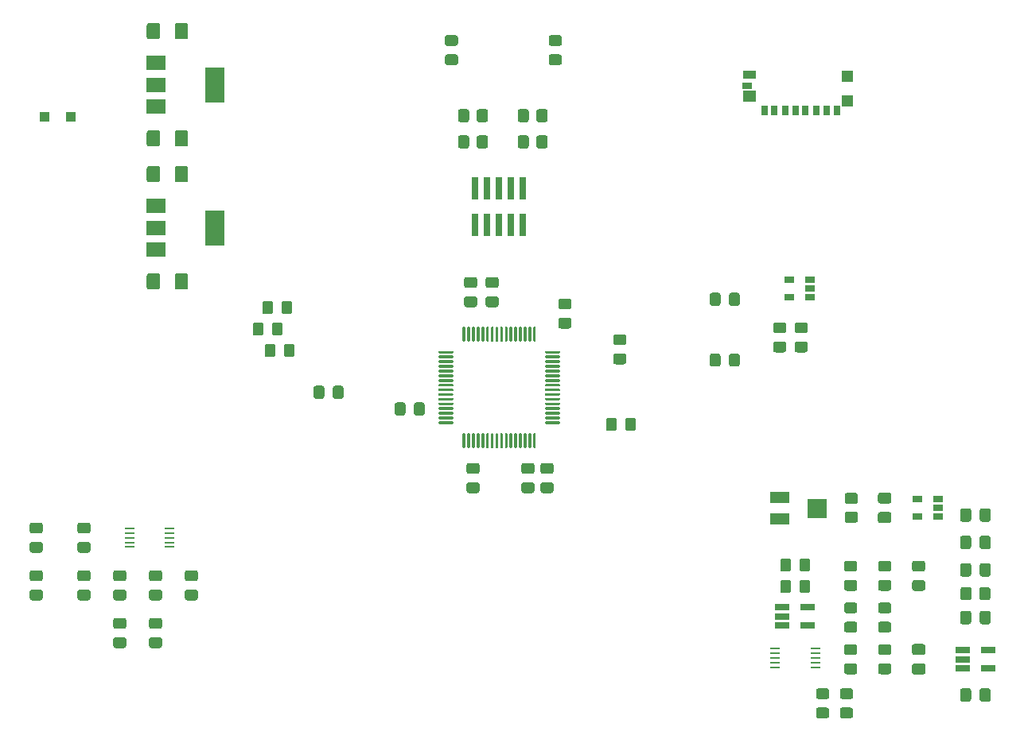
<source format=gbr>
%TF.GenerationSoftware,KiCad,Pcbnew,5.1.6-c6e7f7d~87~ubuntu18.04.1*%
%TF.CreationDate,2020-11-12T00:39:07+00:00*%
%TF.ProjectId,CirrusDspPedal,43697272-7573-4447-9370-506564616c2e,rev?*%
%TF.SameCoordinates,Original*%
%TF.FileFunction,Paste,Top*%
%TF.FilePolarity,Positive*%
%FSLAX46Y46*%
G04 Gerber Fmt 4.6, Leading zero omitted, Abs format (unit mm)*
G04 Created by KiCad (PCBNEW 5.1.6-c6e7f7d~87~ubuntu18.04.1) date 2020-11-12 00:39:07*
%MOMM*%
%LPD*%
G01*
G04 APERTURE LIST*
%ADD10R,2.000000X1.300000*%
%ADD11R,2.000000X2.000000*%
%ADD12R,1.060000X0.650000*%
%ADD13R,1.560000X0.650000*%
%ADD14R,1.000000X0.700000*%
%ADD15R,1.400000X0.900000*%
%ADD16R,1.400000X1.200000*%
%ADD17R,1.200000X1.150000*%
%ADD18R,0.700000X1.000000*%
%ADD19R,2.000000X1.500000*%
%ADD20R,2.000000X3.800000*%
%ADD21R,0.740000X2.400000*%
%ADD22R,1.100000X0.250000*%
%ADD23R,1.100000X1.100000*%
G04 APERTURE END LIST*
D10*
%TO.C,RV1*%
X178149500Y-112338500D03*
D11*
X182149500Y-111188500D03*
D10*
X178149500Y-110038500D03*
%TD*%
%TO.C,C35*%
G36*
G01*
X199459000Y-112362000D02*
X199459000Y-111412000D01*
G75*
G02*
X199709000Y-111162000I250000J0D01*
G01*
X200384000Y-111162000D01*
G75*
G02*
X200634000Y-111412000I0J-250000D01*
G01*
X200634000Y-112362000D01*
G75*
G02*
X200384000Y-112612000I-250000J0D01*
G01*
X199709000Y-112612000D01*
G75*
G02*
X199459000Y-112362000I0J250000D01*
G01*
G37*
G36*
G01*
X197384000Y-112362000D02*
X197384000Y-111412000D01*
G75*
G02*
X197634000Y-111162000I250000J0D01*
G01*
X198309000Y-111162000D01*
G75*
G02*
X198559000Y-111412000I0J-250000D01*
G01*
X198559000Y-112362000D01*
G75*
G02*
X198309000Y-112612000I-250000J0D01*
G01*
X197634000Y-112612000D01*
G75*
G02*
X197384000Y-112362000I0J250000D01*
G01*
G37*
%TD*%
%TO.C,C34*%
G36*
G01*
X199459000Y-115283000D02*
X199459000Y-114333000D01*
G75*
G02*
X199709000Y-114083000I250000J0D01*
G01*
X200384000Y-114083000D01*
G75*
G02*
X200634000Y-114333000I0J-250000D01*
G01*
X200634000Y-115283000D01*
G75*
G02*
X200384000Y-115533000I-250000J0D01*
G01*
X199709000Y-115533000D01*
G75*
G02*
X199459000Y-115283000I0J250000D01*
G01*
G37*
G36*
G01*
X197384000Y-115283000D02*
X197384000Y-114333000D01*
G75*
G02*
X197634000Y-114083000I250000J0D01*
G01*
X198309000Y-114083000D01*
G75*
G02*
X198559000Y-114333000I0J-250000D01*
G01*
X198559000Y-115283000D01*
G75*
G02*
X198309000Y-115533000I-250000J0D01*
G01*
X197634000Y-115533000D01*
G75*
G02*
X197384000Y-115283000I0J250000D01*
G01*
G37*
%TD*%
%TO.C,C32*%
G36*
G01*
X199459000Y-131539000D02*
X199459000Y-130589000D01*
G75*
G02*
X199709000Y-130339000I250000J0D01*
G01*
X200384000Y-130339000D01*
G75*
G02*
X200634000Y-130589000I0J-250000D01*
G01*
X200634000Y-131539000D01*
G75*
G02*
X200384000Y-131789000I-250000J0D01*
G01*
X199709000Y-131789000D01*
G75*
G02*
X199459000Y-131539000I0J250000D01*
G01*
G37*
G36*
G01*
X197384000Y-131539000D02*
X197384000Y-130589000D01*
G75*
G02*
X197634000Y-130339000I250000J0D01*
G01*
X198309000Y-130339000D01*
G75*
G02*
X198559000Y-130589000I0J-250000D01*
G01*
X198559000Y-131539000D01*
G75*
G02*
X198309000Y-131789000I-250000J0D01*
G01*
X197634000Y-131789000D01*
G75*
G02*
X197384000Y-131539000I0J250000D01*
G01*
G37*
%TD*%
D12*
%TO.C,U9*%
X192829000Y-112075000D03*
X192829000Y-110175000D03*
X195029000Y-110175000D03*
X195029000Y-111125000D03*
X195029000Y-112075000D03*
%TD*%
D13*
%TO.C,U8*%
X200359000Y-126304000D03*
X200359000Y-128204000D03*
X197659000Y-128204000D03*
X197659000Y-127254000D03*
X197659000Y-126304000D03*
%TD*%
%TO.C,R30*%
G36*
G01*
X185350999Y-111525000D02*
X186251001Y-111525000D01*
G75*
G02*
X186501000Y-111774999I0J-249999D01*
G01*
X186501000Y-112475001D01*
G75*
G02*
X186251001Y-112725000I-249999J0D01*
G01*
X185350999Y-112725000D01*
G75*
G02*
X185101000Y-112475001I0J249999D01*
G01*
X185101000Y-111774999D01*
G75*
G02*
X185350999Y-111525000I249999J0D01*
G01*
G37*
G36*
G01*
X185350999Y-109525000D02*
X186251001Y-109525000D01*
G75*
G02*
X186501000Y-109774999I0J-249999D01*
G01*
X186501000Y-110475001D01*
G75*
G02*
X186251001Y-110725000I-249999J0D01*
G01*
X185350999Y-110725000D01*
G75*
G02*
X185101000Y-110475001I0J249999D01*
G01*
X185101000Y-109774999D01*
G75*
G02*
X185350999Y-109525000I249999J0D01*
G01*
G37*
%TD*%
%TO.C,R14*%
G36*
G01*
X198609000Y-119818999D02*
X198609000Y-120719001D01*
G75*
G02*
X198359001Y-120969000I-249999J0D01*
G01*
X197658999Y-120969000D01*
G75*
G02*
X197409000Y-120719001I0J249999D01*
G01*
X197409000Y-119818999D01*
G75*
G02*
X197658999Y-119569000I249999J0D01*
G01*
X198359001Y-119569000D01*
G75*
G02*
X198609000Y-119818999I0J-249999D01*
G01*
G37*
G36*
G01*
X200609000Y-119818999D02*
X200609000Y-120719001D01*
G75*
G02*
X200359001Y-120969000I-249999J0D01*
G01*
X199658999Y-120969000D01*
G75*
G02*
X199409000Y-120719001I0J249999D01*
G01*
X199409000Y-119818999D01*
G75*
G02*
X199658999Y-119569000I249999J0D01*
G01*
X200359001Y-119569000D01*
G75*
G02*
X200609000Y-119818999I0J-249999D01*
G01*
G37*
%TD*%
%TO.C,C31*%
G36*
G01*
X189832000Y-110675000D02*
X188882000Y-110675000D01*
G75*
G02*
X188632000Y-110425000I0J250000D01*
G01*
X188632000Y-109750000D01*
G75*
G02*
X188882000Y-109500000I250000J0D01*
G01*
X189832000Y-109500000D01*
G75*
G02*
X190082000Y-109750000I0J-250000D01*
G01*
X190082000Y-110425000D01*
G75*
G02*
X189832000Y-110675000I-250000J0D01*
G01*
G37*
G36*
G01*
X189832000Y-112750000D02*
X188882000Y-112750000D01*
G75*
G02*
X188632000Y-112500000I0J250000D01*
G01*
X188632000Y-111825000D01*
G75*
G02*
X188882000Y-111575000I250000J0D01*
G01*
X189832000Y-111575000D01*
G75*
G02*
X190082000Y-111825000I0J-250000D01*
G01*
X190082000Y-112500000D01*
G75*
G02*
X189832000Y-112750000I-250000J0D01*
G01*
G37*
%TD*%
%TO.C,C27*%
G36*
G01*
X198559000Y-117254000D02*
X198559000Y-118204000D01*
G75*
G02*
X198309000Y-118454000I-250000J0D01*
G01*
X197634000Y-118454000D01*
G75*
G02*
X197384000Y-118204000I0J250000D01*
G01*
X197384000Y-117254000D01*
G75*
G02*
X197634000Y-117004000I250000J0D01*
G01*
X198309000Y-117004000D01*
G75*
G02*
X198559000Y-117254000I0J-250000D01*
G01*
G37*
G36*
G01*
X200634000Y-117254000D02*
X200634000Y-118204000D01*
G75*
G02*
X200384000Y-118454000I-250000J0D01*
G01*
X199709000Y-118454000D01*
G75*
G02*
X199459000Y-118204000I0J250000D01*
G01*
X199459000Y-117254000D01*
G75*
G02*
X199709000Y-117004000I250000J0D01*
G01*
X200384000Y-117004000D01*
G75*
G02*
X200634000Y-117254000I0J-250000D01*
G01*
G37*
%TD*%
%TO.C,C26*%
G36*
G01*
X199459000Y-123284000D02*
X199459000Y-122334000D01*
G75*
G02*
X199709000Y-122084000I250000J0D01*
G01*
X200384000Y-122084000D01*
G75*
G02*
X200634000Y-122334000I0J-250000D01*
G01*
X200634000Y-123284000D01*
G75*
G02*
X200384000Y-123534000I-250000J0D01*
G01*
X199709000Y-123534000D01*
G75*
G02*
X199459000Y-123284000I0J250000D01*
G01*
G37*
G36*
G01*
X197384000Y-123284000D02*
X197384000Y-122334000D01*
G75*
G02*
X197634000Y-122084000I250000J0D01*
G01*
X198309000Y-122084000D01*
G75*
G02*
X198559000Y-122334000I0J-250000D01*
G01*
X198559000Y-123284000D01*
G75*
G02*
X198309000Y-123534000I-250000J0D01*
G01*
X197634000Y-123534000D01*
G75*
G02*
X197384000Y-123284000I0J250000D01*
G01*
G37*
%TD*%
%TO.C,C25*%
G36*
G01*
X193451500Y-126804000D02*
X192501500Y-126804000D01*
G75*
G02*
X192251500Y-126554000I0J250000D01*
G01*
X192251500Y-125879000D01*
G75*
G02*
X192501500Y-125629000I250000J0D01*
G01*
X193451500Y-125629000D01*
G75*
G02*
X193701500Y-125879000I0J-250000D01*
G01*
X193701500Y-126554000D01*
G75*
G02*
X193451500Y-126804000I-250000J0D01*
G01*
G37*
G36*
G01*
X193451500Y-128879000D02*
X192501500Y-128879000D01*
G75*
G02*
X192251500Y-128629000I0J250000D01*
G01*
X192251500Y-127954000D01*
G75*
G02*
X192501500Y-127704000I250000J0D01*
G01*
X193451500Y-127704000D01*
G75*
G02*
X193701500Y-127954000I0J-250000D01*
G01*
X193701500Y-128629000D01*
G75*
G02*
X193451500Y-128879000I-250000J0D01*
G01*
G37*
%TD*%
%TO.C,C7*%
G36*
G01*
X185743001Y-131503000D02*
X184842999Y-131503000D01*
G75*
G02*
X184593000Y-131253001I0J249999D01*
G01*
X184593000Y-130602999D01*
G75*
G02*
X184842999Y-130353000I249999J0D01*
G01*
X185743001Y-130353000D01*
G75*
G02*
X185993000Y-130602999I0J-249999D01*
G01*
X185993000Y-131253001D01*
G75*
G02*
X185743001Y-131503000I-249999J0D01*
G01*
G37*
G36*
G01*
X185743001Y-133553000D02*
X184842999Y-133553000D01*
G75*
G02*
X184593000Y-133303001I0J249999D01*
G01*
X184593000Y-132652999D01*
G75*
G02*
X184842999Y-132403000I249999J0D01*
G01*
X185743001Y-132403000D01*
G75*
G02*
X185993000Y-132652999I0J-249999D01*
G01*
X185993000Y-133303001D01*
G75*
G02*
X185743001Y-133553000I-249999J0D01*
G01*
G37*
%TD*%
D14*
%TO.C,J6*%
X174726600Y-66116200D03*
D15*
X174929800Y-64973200D03*
D16*
X174929800Y-67259200D03*
D17*
X185394600Y-65125600D03*
X185394600Y-67741800D03*
D18*
X184251600Y-68770500D03*
X183146700Y-68770500D03*
X182041800Y-68783200D03*
X180936900Y-68783200D03*
X179844700Y-68783200D03*
X178739800Y-68783200D03*
X177634900Y-68783200D03*
X176542700Y-68783200D03*
%TD*%
D19*
%TO.C,U4*%
X111785000Y-78980000D03*
X111785000Y-83580000D03*
X111785000Y-81280000D03*
D20*
X118085000Y-81280000D03*
%TD*%
%TO.C,U7*%
G36*
G01*
X144436000Y-93323000D02*
X144436000Y-91923000D01*
G75*
G02*
X144511000Y-91848000I75000J0D01*
G01*
X144661000Y-91848000D01*
G75*
G02*
X144736000Y-91923000I0J-75000D01*
G01*
X144736000Y-93323000D01*
G75*
G02*
X144661000Y-93398000I-75000J0D01*
G01*
X144511000Y-93398000D01*
G75*
G02*
X144436000Y-93323000I0J75000D01*
G01*
G37*
G36*
G01*
X144936000Y-93323000D02*
X144936000Y-91923000D01*
G75*
G02*
X145011000Y-91848000I75000J0D01*
G01*
X145161000Y-91848000D01*
G75*
G02*
X145236000Y-91923000I0J-75000D01*
G01*
X145236000Y-93323000D01*
G75*
G02*
X145161000Y-93398000I-75000J0D01*
G01*
X145011000Y-93398000D01*
G75*
G02*
X144936000Y-93323000I0J75000D01*
G01*
G37*
G36*
G01*
X145436000Y-93323000D02*
X145436000Y-91923000D01*
G75*
G02*
X145511000Y-91848000I75000J0D01*
G01*
X145661000Y-91848000D01*
G75*
G02*
X145736000Y-91923000I0J-75000D01*
G01*
X145736000Y-93323000D01*
G75*
G02*
X145661000Y-93398000I-75000J0D01*
G01*
X145511000Y-93398000D01*
G75*
G02*
X145436000Y-93323000I0J75000D01*
G01*
G37*
G36*
G01*
X145936000Y-93323000D02*
X145936000Y-91923000D01*
G75*
G02*
X146011000Y-91848000I75000J0D01*
G01*
X146161000Y-91848000D01*
G75*
G02*
X146236000Y-91923000I0J-75000D01*
G01*
X146236000Y-93323000D01*
G75*
G02*
X146161000Y-93398000I-75000J0D01*
G01*
X146011000Y-93398000D01*
G75*
G02*
X145936000Y-93323000I0J75000D01*
G01*
G37*
G36*
G01*
X146436000Y-93323000D02*
X146436000Y-91923000D01*
G75*
G02*
X146511000Y-91848000I75000J0D01*
G01*
X146661000Y-91848000D01*
G75*
G02*
X146736000Y-91923000I0J-75000D01*
G01*
X146736000Y-93323000D01*
G75*
G02*
X146661000Y-93398000I-75000J0D01*
G01*
X146511000Y-93398000D01*
G75*
G02*
X146436000Y-93323000I0J75000D01*
G01*
G37*
G36*
G01*
X146936000Y-93323000D02*
X146936000Y-91923000D01*
G75*
G02*
X147011000Y-91848000I75000J0D01*
G01*
X147161000Y-91848000D01*
G75*
G02*
X147236000Y-91923000I0J-75000D01*
G01*
X147236000Y-93323000D01*
G75*
G02*
X147161000Y-93398000I-75000J0D01*
G01*
X147011000Y-93398000D01*
G75*
G02*
X146936000Y-93323000I0J75000D01*
G01*
G37*
G36*
G01*
X147436000Y-93323000D02*
X147436000Y-91923000D01*
G75*
G02*
X147511000Y-91848000I75000J0D01*
G01*
X147661000Y-91848000D01*
G75*
G02*
X147736000Y-91923000I0J-75000D01*
G01*
X147736000Y-93323000D01*
G75*
G02*
X147661000Y-93398000I-75000J0D01*
G01*
X147511000Y-93398000D01*
G75*
G02*
X147436000Y-93323000I0J75000D01*
G01*
G37*
G36*
G01*
X147936000Y-93323000D02*
X147936000Y-91923000D01*
G75*
G02*
X148011000Y-91848000I75000J0D01*
G01*
X148161000Y-91848000D01*
G75*
G02*
X148236000Y-91923000I0J-75000D01*
G01*
X148236000Y-93323000D01*
G75*
G02*
X148161000Y-93398000I-75000J0D01*
G01*
X148011000Y-93398000D01*
G75*
G02*
X147936000Y-93323000I0J75000D01*
G01*
G37*
G36*
G01*
X148436000Y-93323000D02*
X148436000Y-91923000D01*
G75*
G02*
X148511000Y-91848000I75000J0D01*
G01*
X148661000Y-91848000D01*
G75*
G02*
X148736000Y-91923000I0J-75000D01*
G01*
X148736000Y-93323000D01*
G75*
G02*
X148661000Y-93398000I-75000J0D01*
G01*
X148511000Y-93398000D01*
G75*
G02*
X148436000Y-93323000I0J75000D01*
G01*
G37*
G36*
G01*
X148936000Y-93323000D02*
X148936000Y-91923000D01*
G75*
G02*
X149011000Y-91848000I75000J0D01*
G01*
X149161000Y-91848000D01*
G75*
G02*
X149236000Y-91923000I0J-75000D01*
G01*
X149236000Y-93323000D01*
G75*
G02*
X149161000Y-93398000I-75000J0D01*
G01*
X149011000Y-93398000D01*
G75*
G02*
X148936000Y-93323000I0J75000D01*
G01*
G37*
G36*
G01*
X149436000Y-93323000D02*
X149436000Y-91923000D01*
G75*
G02*
X149511000Y-91848000I75000J0D01*
G01*
X149661000Y-91848000D01*
G75*
G02*
X149736000Y-91923000I0J-75000D01*
G01*
X149736000Y-93323000D01*
G75*
G02*
X149661000Y-93398000I-75000J0D01*
G01*
X149511000Y-93398000D01*
G75*
G02*
X149436000Y-93323000I0J75000D01*
G01*
G37*
G36*
G01*
X149936000Y-93323000D02*
X149936000Y-91923000D01*
G75*
G02*
X150011000Y-91848000I75000J0D01*
G01*
X150161000Y-91848000D01*
G75*
G02*
X150236000Y-91923000I0J-75000D01*
G01*
X150236000Y-93323000D01*
G75*
G02*
X150161000Y-93398000I-75000J0D01*
G01*
X150011000Y-93398000D01*
G75*
G02*
X149936000Y-93323000I0J75000D01*
G01*
G37*
G36*
G01*
X150436000Y-93323000D02*
X150436000Y-91923000D01*
G75*
G02*
X150511000Y-91848000I75000J0D01*
G01*
X150661000Y-91848000D01*
G75*
G02*
X150736000Y-91923000I0J-75000D01*
G01*
X150736000Y-93323000D01*
G75*
G02*
X150661000Y-93398000I-75000J0D01*
G01*
X150511000Y-93398000D01*
G75*
G02*
X150436000Y-93323000I0J75000D01*
G01*
G37*
G36*
G01*
X150936000Y-93323000D02*
X150936000Y-91923000D01*
G75*
G02*
X151011000Y-91848000I75000J0D01*
G01*
X151161000Y-91848000D01*
G75*
G02*
X151236000Y-91923000I0J-75000D01*
G01*
X151236000Y-93323000D01*
G75*
G02*
X151161000Y-93398000I-75000J0D01*
G01*
X151011000Y-93398000D01*
G75*
G02*
X150936000Y-93323000I0J75000D01*
G01*
G37*
G36*
G01*
X151436000Y-93323000D02*
X151436000Y-91923000D01*
G75*
G02*
X151511000Y-91848000I75000J0D01*
G01*
X151661000Y-91848000D01*
G75*
G02*
X151736000Y-91923000I0J-75000D01*
G01*
X151736000Y-93323000D01*
G75*
G02*
X151661000Y-93398000I-75000J0D01*
G01*
X151511000Y-93398000D01*
G75*
G02*
X151436000Y-93323000I0J75000D01*
G01*
G37*
G36*
G01*
X151936000Y-93323000D02*
X151936000Y-91923000D01*
G75*
G02*
X152011000Y-91848000I75000J0D01*
G01*
X152161000Y-91848000D01*
G75*
G02*
X152236000Y-91923000I0J-75000D01*
G01*
X152236000Y-93323000D01*
G75*
G02*
X152161000Y-93398000I-75000J0D01*
G01*
X152011000Y-93398000D01*
G75*
G02*
X151936000Y-93323000I0J75000D01*
G01*
G37*
G36*
G01*
X153236000Y-94623000D02*
X153236000Y-94473000D01*
G75*
G02*
X153311000Y-94398000I75000J0D01*
G01*
X154711000Y-94398000D01*
G75*
G02*
X154786000Y-94473000I0J-75000D01*
G01*
X154786000Y-94623000D01*
G75*
G02*
X154711000Y-94698000I-75000J0D01*
G01*
X153311000Y-94698000D01*
G75*
G02*
X153236000Y-94623000I0J75000D01*
G01*
G37*
G36*
G01*
X153236000Y-95123000D02*
X153236000Y-94973000D01*
G75*
G02*
X153311000Y-94898000I75000J0D01*
G01*
X154711000Y-94898000D01*
G75*
G02*
X154786000Y-94973000I0J-75000D01*
G01*
X154786000Y-95123000D01*
G75*
G02*
X154711000Y-95198000I-75000J0D01*
G01*
X153311000Y-95198000D01*
G75*
G02*
X153236000Y-95123000I0J75000D01*
G01*
G37*
G36*
G01*
X153236000Y-95623000D02*
X153236000Y-95473000D01*
G75*
G02*
X153311000Y-95398000I75000J0D01*
G01*
X154711000Y-95398000D01*
G75*
G02*
X154786000Y-95473000I0J-75000D01*
G01*
X154786000Y-95623000D01*
G75*
G02*
X154711000Y-95698000I-75000J0D01*
G01*
X153311000Y-95698000D01*
G75*
G02*
X153236000Y-95623000I0J75000D01*
G01*
G37*
G36*
G01*
X153236000Y-96123000D02*
X153236000Y-95973000D01*
G75*
G02*
X153311000Y-95898000I75000J0D01*
G01*
X154711000Y-95898000D01*
G75*
G02*
X154786000Y-95973000I0J-75000D01*
G01*
X154786000Y-96123000D01*
G75*
G02*
X154711000Y-96198000I-75000J0D01*
G01*
X153311000Y-96198000D01*
G75*
G02*
X153236000Y-96123000I0J75000D01*
G01*
G37*
G36*
G01*
X153236000Y-96623000D02*
X153236000Y-96473000D01*
G75*
G02*
X153311000Y-96398000I75000J0D01*
G01*
X154711000Y-96398000D01*
G75*
G02*
X154786000Y-96473000I0J-75000D01*
G01*
X154786000Y-96623000D01*
G75*
G02*
X154711000Y-96698000I-75000J0D01*
G01*
X153311000Y-96698000D01*
G75*
G02*
X153236000Y-96623000I0J75000D01*
G01*
G37*
G36*
G01*
X153236000Y-97123000D02*
X153236000Y-96973000D01*
G75*
G02*
X153311000Y-96898000I75000J0D01*
G01*
X154711000Y-96898000D01*
G75*
G02*
X154786000Y-96973000I0J-75000D01*
G01*
X154786000Y-97123000D01*
G75*
G02*
X154711000Y-97198000I-75000J0D01*
G01*
X153311000Y-97198000D01*
G75*
G02*
X153236000Y-97123000I0J75000D01*
G01*
G37*
G36*
G01*
X153236000Y-97623000D02*
X153236000Y-97473000D01*
G75*
G02*
X153311000Y-97398000I75000J0D01*
G01*
X154711000Y-97398000D01*
G75*
G02*
X154786000Y-97473000I0J-75000D01*
G01*
X154786000Y-97623000D01*
G75*
G02*
X154711000Y-97698000I-75000J0D01*
G01*
X153311000Y-97698000D01*
G75*
G02*
X153236000Y-97623000I0J75000D01*
G01*
G37*
G36*
G01*
X153236000Y-98123000D02*
X153236000Y-97973000D01*
G75*
G02*
X153311000Y-97898000I75000J0D01*
G01*
X154711000Y-97898000D01*
G75*
G02*
X154786000Y-97973000I0J-75000D01*
G01*
X154786000Y-98123000D01*
G75*
G02*
X154711000Y-98198000I-75000J0D01*
G01*
X153311000Y-98198000D01*
G75*
G02*
X153236000Y-98123000I0J75000D01*
G01*
G37*
G36*
G01*
X153236000Y-98623000D02*
X153236000Y-98473000D01*
G75*
G02*
X153311000Y-98398000I75000J0D01*
G01*
X154711000Y-98398000D01*
G75*
G02*
X154786000Y-98473000I0J-75000D01*
G01*
X154786000Y-98623000D01*
G75*
G02*
X154711000Y-98698000I-75000J0D01*
G01*
X153311000Y-98698000D01*
G75*
G02*
X153236000Y-98623000I0J75000D01*
G01*
G37*
G36*
G01*
X153236000Y-99123000D02*
X153236000Y-98973000D01*
G75*
G02*
X153311000Y-98898000I75000J0D01*
G01*
X154711000Y-98898000D01*
G75*
G02*
X154786000Y-98973000I0J-75000D01*
G01*
X154786000Y-99123000D01*
G75*
G02*
X154711000Y-99198000I-75000J0D01*
G01*
X153311000Y-99198000D01*
G75*
G02*
X153236000Y-99123000I0J75000D01*
G01*
G37*
G36*
G01*
X153236000Y-99623000D02*
X153236000Y-99473000D01*
G75*
G02*
X153311000Y-99398000I75000J0D01*
G01*
X154711000Y-99398000D01*
G75*
G02*
X154786000Y-99473000I0J-75000D01*
G01*
X154786000Y-99623000D01*
G75*
G02*
X154711000Y-99698000I-75000J0D01*
G01*
X153311000Y-99698000D01*
G75*
G02*
X153236000Y-99623000I0J75000D01*
G01*
G37*
G36*
G01*
X153236000Y-100123000D02*
X153236000Y-99973000D01*
G75*
G02*
X153311000Y-99898000I75000J0D01*
G01*
X154711000Y-99898000D01*
G75*
G02*
X154786000Y-99973000I0J-75000D01*
G01*
X154786000Y-100123000D01*
G75*
G02*
X154711000Y-100198000I-75000J0D01*
G01*
X153311000Y-100198000D01*
G75*
G02*
X153236000Y-100123000I0J75000D01*
G01*
G37*
G36*
G01*
X153236000Y-100623000D02*
X153236000Y-100473000D01*
G75*
G02*
X153311000Y-100398000I75000J0D01*
G01*
X154711000Y-100398000D01*
G75*
G02*
X154786000Y-100473000I0J-75000D01*
G01*
X154786000Y-100623000D01*
G75*
G02*
X154711000Y-100698000I-75000J0D01*
G01*
X153311000Y-100698000D01*
G75*
G02*
X153236000Y-100623000I0J75000D01*
G01*
G37*
G36*
G01*
X153236000Y-101123000D02*
X153236000Y-100973000D01*
G75*
G02*
X153311000Y-100898000I75000J0D01*
G01*
X154711000Y-100898000D01*
G75*
G02*
X154786000Y-100973000I0J-75000D01*
G01*
X154786000Y-101123000D01*
G75*
G02*
X154711000Y-101198000I-75000J0D01*
G01*
X153311000Y-101198000D01*
G75*
G02*
X153236000Y-101123000I0J75000D01*
G01*
G37*
G36*
G01*
X153236000Y-101623000D02*
X153236000Y-101473000D01*
G75*
G02*
X153311000Y-101398000I75000J0D01*
G01*
X154711000Y-101398000D01*
G75*
G02*
X154786000Y-101473000I0J-75000D01*
G01*
X154786000Y-101623000D01*
G75*
G02*
X154711000Y-101698000I-75000J0D01*
G01*
X153311000Y-101698000D01*
G75*
G02*
X153236000Y-101623000I0J75000D01*
G01*
G37*
G36*
G01*
X153236000Y-102123000D02*
X153236000Y-101973000D01*
G75*
G02*
X153311000Y-101898000I75000J0D01*
G01*
X154711000Y-101898000D01*
G75*
G02*
X154786000Y-101973000I0J-75000D01*
G01*
X154786000Y-102123000D01*
G75*
G02*
X154711000Y-102198000I-75000J0D01*
G01*
X153311000Y-102198000D01*
G75*
G02*
X153236000Y-102123000I0J75000D01*
G01*
G37*
G36*
G01*
X151936000Y-104673000D02*
X151936000Y-103273000D01*
G75*
G02*
X152011000Y-103198000I75000J0D01*
G01*
X152161000Y-103198000D01*
G75*
G02*
X152236000Y-103273000I0J-75000D01*
G01*
X152236000Y-104673000D01*
G75*
G02*
X152161000Y-104748000I-75000J0D01*
G01*
X152011000Y-104748000D01*
G75*
G02*
X151936000Y-104673000I0J75000D01*
G01*
G37*
G36*
G01*
X151436000Y-104673000D02*
X151436000Y-103273000D01*
G75*
G02*
X151511000Y-103198000I75000J0D01*
G01*
X151661000Y-103198000D01*
G75*
G02*
X151736000Y-103273000I0J-75000D01*
G01*
X151736000Y-104673000D01*
G75*
G02*
X151661000Y-104748000I-75000J0D01*
G01*
X151511000Y-104748000D01*
G75*
G02*
X151436000Y-104673000I0J75000D01*
G01*
G37*
G36*
G01*
X150936000Y-104673000D02*
X150936000Y-103273000D01*
G75*
G02*
X151011000Y-103198000I75000J0D01*
G01*
X151161000Y-103198000D01*
G75*
G02*
X151236000Y-103273000I0J-75000D01*
G01*
X151236000Y-104673000D01*
G75*
G02*
X151161000Y-104748000I-75000J0D01*
G01*
X151011000Y-104748000D01*
G75*
G02*
X150936000Y-104673000I0J75000D01*
G01*
G37*
G36*
G01*
X150436000Y-104673000D02*
X150436000Y-103273000D01*
G75*
G02*
X150511000Y-103198000I75000J0D01*
G01*
X150661000Y-103198000D01*
G75*
G02*
X150736000Y-103273000I0J-75000D01*
G01*
X150736000Y-104673000D01*
G75*
G02*
X150661000Y-104748000I-75000J0D01*
G01*
X150511000Y-104748000D01*
G75*
G02*
X150436000Y-104673000I0J75000D01*
G01*
G37*
G36*
G01*
X149936000Y-104673000D02*
X149936000Y-103273000D01*
G75*
G02*
X150011000Y-103198000I75000J0D01*
G01*
X150161000Y-103198000D01*
G75*
G02*
X150236000Y-103273000I0J-75000D01*
G01*
X150236000Y-104673000D01*
G75*
G02*
X150161000Y-104748000I-75000J0D01*
G01*
X150011000Y-104748000D01*
G75*
G02*
X149936000Y-104673000I0J75000D01*
G01*
G37*
G36*
G01*
X149436000Y-104673000D02*
X149436000Y-103273000D01*
G75*
G02*
X149511000Y-103198000I75000J0D01*
G01*
X149661000Y-103198000D01*
G75*
G02*
X149736000Y-103273000I0J-75000D01*
G01*
X149736000Y-104673000D01*
G75*
G02*
X149661000Y-104748000I-75000J0D01*
G01*
X149511000Y-104748000D01*
G75*
G02*
X149436000Y-104673000I0J75000D01*
G01*
G37*
G36*
G01*
X148936000Y-104673000D02*
X148936000Y-103273000D01*
G75*
G02*
X149011000Y-103198000I75000J0D01*
G01*
X149161000Y-103198000D01*
G75*
G02*
X149236000Y-103273000I0J-75000D01*
G01*
X149236000Y-104673000D01*
G75*
G02*
X149161000Y-104748000I-75000J0D01*
G01*
X149011000Y-104748000D01*
G75*
G02*
X148936000Y-104673000I0J75000D01*
G01*
G37*
G36*
G01*
X148436000Y-104673000D02*
X148436000Y-103273000D01*
G75*
G02*
X148511000Y-103198000I75000J0D01*
G01*
X148661000Y-103198000D01*
G75*
G02*
X148736000Y-103273000I0J-75000D01*
G01*
X148736000Y-104673000D01*
G75*
G02*
X148661000Y-104748000I-75000J0D01*
G01*
X148511000Y-104748000D01*
G75*
G02*
X148436000Y-104673000I0J75000D01*
G01*
G37*
G36*
G01*
X147936000Y-104673000D02*
X147936000Y-103273000D01*
G75*
G02*
X148011000Y-103198000I75000J0D01*
G01*
X148161000Y-103198000D01*
G75*
G02*
X148236000Y-103273000I0J-75000D01*
G01*
X148236000Y-104673000D01*
G75*
G02*
X148161000Y-104748000I-75000J0D01*
G01*
X148011000Y-104748000D01*
G75*
G02*
X147936000Y-104673000I0J75000D01*
G01*
G37*
G36*
G01*
X147436000Y-104673000D02*
X147436000Y-103273000D01*
G75*
G02*
X147511000Y-103198000I75000J0D01*
G01*
X147661000Y-103198000D01*
G75*
G02*
X147736000Y-103273000I0J-75000D01*
G01*
X147736000Y-104673000D01*
G75*
G02*
X147661000Y-104748000I-75000J0D01*
G01*
X147511000Y-104748000D01*
G75*
G02*
X147436000Y-104673000I0J75000D01*
G01*
G37*
G36*
G01*
X146936000Y-104673000D02*
X146936000Y-103273000D01*
G75*
G02*
X147011000Y-103198000I75000J0D01*
G01*
X147161000Y-103198000D01*
G75*
G02*
X147236000Y-103273000I0J-75000D01*
G01*
X147236000Y-104673000D01*
G75*
G02*
X147161000Y-104748000I-75000J0D01*
G01*
X147011000Y-104748000D01*
G75*
G02*
X146936000Y-104673000I0J75000D01*
G01*
G37*
G36*
G01*
X146436000Y-104673000D02*
X146436000Y-103273000D01*
G75*
G02*
X146511000Y-103198000I75000J0D01*
G01*
X146661000Y-103198000D01*
G75*
G02*
X146736000Y-103273000I0J-75000D01*
G01*
X146736000Y-104673000D01*
G75*
G02*
X146661000Y-104748000I-75000J0D01*
G01*
X146511000Y-104748000D01*
G75*
G02*
X146436000Y-104673000I0J75000D01*
G01*
G37*
G36*
G01*
X145936000Y-104673000D02*
X145936000Y-103273000D01*
G75*
G02*
X146011000Y-103198000I75000J0D01*
G01*
X146161000Y-103198000D01*
G75*
G02*
X146236000Y-103273000I0J-75000D01*
G01*
X146236000Y-104673000D01*
G75*
G02*
X146161000Y-104748000I-75000J0D01*
G01*
X146011000Y-104748000D01*
G75*
G02*
X145936000Y-104673000I0J75000D01*
G01*
G37*
G36*
G01*
X145436000Y-104673000D02*
X145436000Y-103273000D01*
G75*
G02*
X145511000Y-103198000I75000J0D01*
G01*
X145661000Y-103198000D01*
G75*
G02*
X145736000Y-103273000I0J-75000D01*
G01*
X145736000Y-104673000D01*
G75*
G02*
X145661000Y-104748000I-75000J0D01*
G01*
X145511000Y-104748000D01*
G75*
G02*
X145436000Y-104673000I0J75000D01*
G01*
G37*
G36*
G01*
X144936000Y-104673000D02*
X144936000Y-103273000D01*
G75*
G02*
X145011000Y-103198000I75000J0D01*
G01*
X145161000Y-103198000D01*
G75*
G02*
X145236000Y-103273000I0J-75000D01*
G01*
X145236000Y-104673000D01*
G75*
G02*
X145161000Y-104748000I-75000J0D01*
G01*
X145011000Y-104748000D01*
G75*
G02*
X144936000Y-104673000I0J75000D01*
G01*
G37*
G36*
G01*
X144436000Y-104673000D02*
X144436000Y-103273000D01*
G75*
G02*
X144511000Y-103198000I75000J0D01*
G01*
X144661000Y-103198000D01*
G75*
G02*
X144736000Y-103273000I0J-75000D01*
G01*
X144736000Y-104673000D01*
G75*
G02*
X144661000Y-104748000I-75000J0D01*
G01*
X144511000Y-104748000D01*
G75*
G02*
X144436000Y-104673000I0J75000D01*
G01*
G37*
G36*
G01*
X141886000Y-102123000D02*
X141886000Y-101973000D01*
G75*
G02*
X141961000Y-101898000I75000J0D01*
G01*
X143361000Y-101898000D01*
G75*
G02*
X143436000Y-101973000I0J-75000D01*
G01*
X143436000Y-102123000D01*
G75*
G02*
X143361000Y-102198000I-75000J0D01*
G01*
X141961000Y-102198000D01*
G75*
G02*
X141886000Y-102123000I0J75000D01*
G01*
G37*
G36*
G01*
X141886000Y-101623000D02*
X141886000Y-101473000D01*
G75*
G02*
X141961000Y-101398000I75000J0D01*
G01*
X143361000Y-101398000D01*
G75*
G02*
X143436000Y-101473000I0J-75000D01*
G01*
X143436000Y-101623000D01*
G75*
G02*
X143361000Y-101698000I-75000J0D01*
G01*
X141961000Y-101698000D01*
G75*
G02*
X141886000Y-101623000I0J75000D01*
G01*
G37*
G36*
G01*
X141886000Y-101123000D02*
X141886000Y-100973000D01*
G75*
G02*
X141961000Y-100898000I75000J0D01*
G01*
X143361000Y-100898000D01*
G75*
G02*
X143436000Y-100973000I0J-75000D01*
G01*
X143436000Y-101123000D01*
G75*
G02*
X143361000Y-101198000I-75000J0D01*
G01*
X141961000Y-101198000D01*
G75*
G02*
X141886000Y-101123000I0J75000D01*
G01*
G37*
G36*
G01*
X141886000Y-100623000D02*
X141886000Y-100473000D01*
G75*
G02*
X141961000Y-100398000I75000J0D01*
G01*
X143361000Y-100398000D01*
G75*
G02*
X143436000Y-100473000I0J-75000D01*
G01*
X143436000Y-100623000D01*
G75*
G02*
X143361000Y-100698000I-75000J0D01*
G01*
X141961000Y-100698000D01*
G75*
G02*
X141886000Y-100623000I0J75000D01*
G01*
G37*
G36*
G01*
X141886000Y-100123000D02*
X141886000Y-99973000D01*
G75*
G02*
X141961000Y-99898000I75000J0D01*
G01*
X143361000Y-99898000D01*
G75*
G02*
X143436000Y-99973000I0J-75000D01*
G01*
X143436000Y-100123000D01*
G75*
G02*
X143361000Y-100198000I-75000J0D01*
G01*
X141961000Y-100198000D01*
G75*
G02*
X141886000Y-100123000I0J75000D01*
G01*
G37*
G36*
G01*
X141886000Y-99623000D02*
X141886000Y-99473000D01*
G75*
G02*
X141961000Y-99398000I75000J0D01*
G01*
X143361000Y-99398000D01*
G75*
G02*
X143436000Y-99473000I0J-75000D01*
G01*
X143436000Y-99623000D01*
G75*
G02*
X143361000Y-99698000I-75000J0D01*
G01*
X141961000Y-99698000D01*
G75*
G02*
X141886000Y-99623000I0J75000D01*
G01*
G37*
G36*
G01*
X141886000Y-99123000D02*
X141886000Y-98973000D01*
G75*
G02*
X141961000Y-98898000I75000J0D01*
G01*
X143361000Y-98898000D01*
G75*
G02*
X143436000Y-98973000I0J-75000D01*
G01*
X143436000Y-99123000D01*
G75*
G02*
X143361000Y-99198000I-75000J0D01*
G01*
X141961000Y-99198000D01*
G75*
G02*
X141886000Y-99123000I0J75000D01*
G01*
G37*
G36*
G01*
X141886000Y-98623000D02*
X141886000Y-98473000D01*
G75*
G02*
X141961000Y-98398000I75000J0D01*
G01*
X143361000Y-98398000D01*
G75*
G02*
X143436000Y-98473000I0J-75000D01*
G01*
X143436000Y-98623000D01*
G75*
G02*
X143361000Y-98698000I-75000J0D01*
G01*
X141961000Y-98698000D01*
G75*
G02*
X141886000Y-98623000I0J75000D01*
G01*
G37*
G36*
G01*
X141886000Y-98123000D02*
X141886000Y-97973000D01*
G75*
G02*
X141961000Y-97898000I75000J0D01*
G01*
X143361000Y-97898000D01*
G75*
G02*
X143436000Y-97973000I0J-75000D01*
G01*
X143436000Y-98123000D01*
G75*
G02*
X143361000Y-98198000I-75000J0D01*
G01*
X141961000Y-98198000D01*
G75*
G02*
X141886000Y-98123000I0J75000D01*
G01*
G37*
G36*
G01*
X141886000Y-97623000D02*
X141886000Y-97473000D01*
G75*
G02*
X141961000Y-97398000I75000J0D01*
G01*
X143361000Y-97398000D01*
G75*
G02*
X143436000Y-97473000I0J-75000D01*
G01*
X143436000Y-97623000D01*
G75*
G02*
X143361000Y-97698000I-75000J0D01*
G01*
X141961000Y-97698000D01*
G75*
G02*
X141886000Y-97623000I0J75000D01*
G01*
G37*
G36*
G01*
X141886000Y-97123000D02*
X141886000Y-96973000D01*
G75*
G02*
X141961000Y-96898000I75000J0D01*
G01*
X143361000Y-96898000D01*
G75*
G02*
X143436000Y-96973000I0J-75000D01*
G01*
X143436000Y-97123000D01*
G75*
G02*
X143361000Y-97198000I-75000J0D01*
G01*
X141961000Y-97198000D01*
G75*
G02*
X141886000Y-97123000I0J75000D01*
G01*
G37*
G36*
G01*
X141886000Y-96623000D02*
X141886000Y-96473000D01*
G75*
G02*
X141961000Y-96398000I75000J0D01*
G01*
X143361000Y-96398000D01*
G75*
G02*
X143436000Y-96473000I0J-75000D01*
G01*
X143436000Y-96623000D01*
G75*
G02*
X143361000Y-96698000I-75000J0D01*
G01*
X141961000Y-96698000D01*
G75*
G02*
X141886000Y-96623000I0J75000D01*
G01*
G37*
G36*
G01*
X141886000Y-96123000D02*
X141886000Y-95973000D01*
G75*
G02*
X141961000Y-95898000I75000J0D01*
G01*
X143361000Y-95898000D01*
G75*
G02*
X143436000Y-95973000I0J-75000D01*
G01*
X143436000Y-96123000D01*
G75*
G02*
X143361000Y-96198000I-75000J0D01*
G01*
X141961000Y-96198000D01*
G75*
G02*
X141886000Y-96123000I0J75000D01*
G01*
G37*
G36*
G01*
X141886000Y-95623000D02*
X141886000Y-95473000D01*
G75*
G02*
X141961000Y-95398000I75000J0D01*
G01*
X143361000Y-95398000D01*
G75*
G02*
X143436000Y-95473000I0J-75000D01*
G01*
X143436000Y-95623000D01*
G75*
G02*
X143361000Y-95698000I-75000J0D01*
G01*
X141961000Y-95698000D01*
G75*
G02*
X141886000Y-95623000I0J75000D01*
G01*
G37*
G36*
G01*
X141886000Y-95123000D02*
X141886000Y-94973000D01*
G75*
G02*
X141961000Y-94898000I75000J0D01*
G01*
X143361000Y-94898000D01*
G75*
G02*
X143436000Y-94973000I0J-75000D01*
G01*
X143436000Y-95123000D01*
G75*
G02*
X143361000Y-95198000I-75000J0D01*
G01*
X141961000Y-95198000D01*
G75*
G02*
X141886000Y-95123000I0J75000D01*
G01*
G37*
G36*
G01*
X141886000Y-94623000D02*
X141886000Y-94473000D01*
G75*
G02*
X141961000Y-94398000I75000J0D01*
G01*
X143361000Y-94398000D01*
G75*
G02*
X143436000Y-94473000I0J-75000D01*
G01*
X143436000Y-94623000D01*
G75*
G02*
X143361000Y-94698000I-75000J0D01*
G01*
X141961000Y-94698000D01*
G75*
G02*
X141886000Y-94623000I0J75000D01*
G01*
G37*
%TD*%
%TO.C,R29*%
G36*
G01*
X152292000Y-72586001D02*
X152292000Y-71685999D01*
G75*
G02*
X152541999Y-71436000I249999J0D01*
G01*
X153242001Y-71436000D01*
G75*
G02*
X153492000Y-71685999I0J-249999D01*
G01*
X153492000Y-72586001D01*
G75*
G02*
X153242001Y-72836000I-249999J0D01*
G01*
X152541999Y-72836000D01*
G75*
G02*
X152292000Y-72586001I0J249999D01*
G01*
G37*
G36*
G01*
X150292000Y-72586001D02*
X150292000Y-71685999D01*
G75*
G02*
X150541999Y-71436000I249999J0D01*
G01*
X151242001Y-71436000D01*
G75*
G02*
X151492000Y-71685999I0J-249999D01*
G01*
X151492000Y-72586001D01*
G75*
G02*
X151242001Y-72836000I-249999J0D01*
G01*
X150541999Y-72836000D01*
G75*
G02*
X150292000Y-72586001I0J249999D01*
G01*
G37*
%TD*%
%TO.C,R23*%
G36*
G01*
X152292000Y-69792001D02*
X152292000Y-68891999D01*
G75*
G02*
X152541999Y-68642000I249999J0D01*
G01*
X153242001Y-68642000D01*
G75*
G02*
X153492000Y-68891999I0J-249999D01*
G01*
X153492000Y-69792001D01*
G75*
G02*
X153242001Y-70042000I-249999J0D01*
G01*
X152541999Y-70042000D01*
G75*
G02*
X152292000Y-69792001I0J249999D01*
G01*
G37*
G36*
G01*
X150292000Y-69792001D02*
X150292000Y-68891999D01*
G75*
G02*
X150541999Y-68642000I249999J0D01*
G01*
X151242001Y-68642000D01*
G75*
G02*
X151492000Y-68891999I0J-249999D01*
G01*
X151492000Y-69792001D01*
G75*
G02*
X151242001Y-70042000I-249999J0D01*
G01*
X150541999Y-70042000D01*
G75*
G02*
X150292000Y-69792001I0J249999D01*
G01*
G37*
%TD*%
%TO.C,R12*%
G36*
G01*
X145142000Y-68891999D02*
X145142000Y-69792001D01*
G75*
G02*
X144892001Y-70042000I-249999J0D01*
G01*
X144191999Y-70042000D01*
G75*
G02*
X143942000Y-69792001I0J249999D01*
G01*
X143942000Y-68891999D01*
G75*
G02*
X144191999Y-68642000I249999J0D01*
G01*
X144892001Y-68642000D01*
G75*
G02*
X145142000Y-68891999I0J-249999D01*
G01*
G37*
G36*
G01*
X147142000Y-68891999D02*
X147142000Y-69792001D01*
G75*
G02*
X146892001Y-70042000I-249999J0D01*
G01*
X146191999Y-70042000D01*
G75*
G02*
X145942000Y-69792001I0J249999D01*
G01*
X145942000Y-68891999D01*
G75*
G02*
X146191999Y-68642000I249999J0D01*
G01*
X146892001Y-68642000D01*
G75*
G02*
X147142000Y-68891999I0J-249999D01*
G01*
G37*
%TD*%
%TO.C,R11*%
G36*
G01*
X145142000Y-71685999D02*
X145142000Y-72586001D01*
G75*
G02*
X144892001Y-72836000I-249999J0D01*
G01*
X144191999Y-72836000D01*
G75*
G02*
X143942000Y-72586001I0J249999D01*
G01*
X143942000Y-71685999D01*
G75*
G02*
X144191999Y-71436000I249999J0D01*
G01*
X144892001Y-71436000D01*
G75*
G02*
X145142000Y-71685999I0J-249999D01*
G01*
G37*
G36*
G01*
X147142000Y-71685999D02*
X147142000Y-72586001D01*
G75*
G02*
X146892001Y-72836000I-249999J0D01*
G01*
X146191999Y-72836000D01*
G75*
G02*
X145942000Y-72586001I0J249999D01*
G01*
X145942000Y-71685999D01*
G75*
G02*
X146191999Y-71436000I249999J0D01*
G01*
X146892001Y-71436000D01*
G75*
G02*
X147142000Y-71685999I0J-249999D01*
G01*
G37*
%TD*%
%TO.C,C24*%
G36*
G01*
X112255000Y-74940000D02*
X112255000Y-76190000D01*
G75*
G02*
X112005000Y-76440000I-250000J0D01*
G01*
X111080000Y-76440000D01*
G75*
G02*
X110830000Y-76190000I0J250000D01*
G01*
X110830000Y-74940000D01*
G75*
G02*
X111080000Y-74690000I250000J0D01*
G01*
X112005000Y-74690000D01*
G75*
G02*
X112255000Y-74940000I0J-250000D01*
G01*
G37*
G36*
G01*
X115230000Y-74940000D02*
X115230000Y-76190000D01*
G75*
G02*
X114980000Y-76440000I-250000J0D01*
G01*
X114055000Y-76440000D01*
G75*
G02*
X113805000Y-76190000I0J250000D01*
G01*
X113805000Y-74940000D01*
G75*
G02*
X114055000Y-74690000I250000J0D01*
G01*
X114980000Y-74690000D01*
G75*
G02*
X115230000Y-74940000I0J-250000D01*
G01*
G37*
%TD*%
%TO.C,C23*%
G36*
G01*
X113805000Y-87620000D02*
X113805000Y-86370000D01*
G75*
G02*
X114055000Y-86120000I250000J0D01*
G01*
X114980000Y-86120000D01*
G75*
G02*
X115230000Y-86370000I0J-250000D01*
G01*
X115230000Y-87620000D01*
G75*
G02*
X114980000Y-87870000I-250000J0D01*
G01*
X114055000Y-87870000D01*
G75*
G02*
X113805000Y-87620000I0J250000D01*
G01*
G37*
G36*
G01*
X110830000Y-87620000D02*
X110830000Y-86370000D01*
G75*
G02*
X111080000Y-86120000I250000J0D01*
G01*
X112005000Y-86120000D01*
G75*
G02*
X112255000Y-86370000I0J-250000D01*
G01*
X112255000Y-87620000D01*
G75*
G02*
X112005000Y-87870000I-250000J0D01*
G01*
X111080000Y-87870000D01*
G75*
G02*
X110830000Y-87620000I0J250000D01*
G01*
G37*
%TD*%
D19*
%TO.C,U5*%
X111785000Y-63740000D03*
X111785000Y-68340000D03*
X111785000Y-66040000D03*
D20*
X118085000Y-66040000D03*
%TD*%
D21*
%TO.C,J3*%
X145796000Y-80944000D03*
X145796000Y-77044000D03*
X147066000Y-80944000D03*
X147066000Y-77044000D03*
X148336000Y-80944000D03*
X148336000Y-77044000D03*
X149606000Y-80944000D03*
X149606000Y-77044000D03*
X150876000Y-80944000D03*
X150876000Y-77044000D03*
%TD*%
D12*
%TO.C,U6*%
X179240000Y-88707000D03*
X179240000Y-86807000D03*
X181440000Y-86807000D03*
X181440000Y-87757000D03*
X181440000Y-88707000D03*
%TD*%
D22*
%TO.C,U3*%
X108975000Y-115300000D03*
X108975000Y-114800000D03*
X108975000Y-114300000D03*
X108975000Y-113800000D03*
X108975000Y-113300000D03*
X113275000Y-113300000D03*
X113275000Y-113800000D03*
X113275000Y-114300000D03*
X113275000Y-114800000D03*
X113275000Y-115300000D03*
%TD*%
D13*
%TO.C,U2*%
X181182000Y-121732000D03*
X181182000Y-123632000D03*
X178482000Y-123632000D03*
X178482000Y-122682000D03*
X178482000Y-121732000D03*
%TD*%
D22*
%TO.C,U1*%
X181982000Y-126127000D03*
X181982000Y-126627000D03*
X181982000Y-127127000D03*
X181982000Y-127627000D03*
X181982000Y-128127000D03*
X177682000Y-128127000D03*
X177682000Y-127627000D03*
X177682000Y-127127000D03*
X177682000Y-126627000D03*
X177682000Y-126127000D03*
%TD*%
%TO.C,R22*%
G36*
G01*
X160712999Y-94684000D02*
X161613001Y-94684000D01*
G75*
G02*
X161863000Y-94933999I0J-249999D01*
G01*
X161863000Y-95584001D01*
G75*
G02*
X161613001Y-95834000I-249999J0D01*
G01*
X160712999Y-95834000D01*
G75*
G02*
X160463000Y-95584001I0J249999D01*
G01*
X160463000Y-94933999D01*
G75*
G02*
X160712999Y-94684000I249999J0D01*
G01*
G37*
G36*
G01*
X160712999Y-92634000D02*
X161613001Y-92634000D01*
G75*
G02*
X161863000Y-92883999I0J-249999D01*
G01*
X161863000Y-93534001D01*
G75*
G02*
X161613001Y-93784000I-249999J0D01*
G01*
X160712999Y-93784000D01*
G75*
G02*
X160463000Y-93534001I0J249999D01*
G01*
X160463000Y-92883999D01*
G75*
G02*
X160712999Y-92634000I249999J0D01*
G01*
G37*
%TD*%
%TO.C,R21*%
G36*
G01*
X172789000Y-95827001D02*
X172789000Y-94926999D01*
G75*
G02*
X173038999Y-94677000I249999J0D01*
G01*
X173689001Y-94677000D01*
G75*
G02*
X173939000Y-94926999I0J-249999D01*
G01*
X173939000Y-95827001D01*
G75*
G02*
X173689001Y-96077000I-249999J0D01*
G01*
X173038999Y-96077000D01*
G75*
G02*
X172789000Y-95827001I0J249999D01*
G01*
G37*
G36*
G01*
X170739000Y-95827001D02*
X170739000Y-94926999D01*
G75*
G02*
X170988999Y-94677000I249999J0D01*
G01*
X171639001Y-94677000D01*
G75*
G02*
X171889000Y-94926999I0J-249999D01*
G01*
X171889000Y-95827001D01*
G75*
G02*
X171639001Y-96077000I-249999J0D01*
G01*
X170988999Y-96077000D01*
G75*
G02*
X170739000Y-95827001I0J249999D01*
G01*
G37*
%TD*%
%TO.C,R20*%
G36*
G01*
X172789000Y-89350001D02*
X172789000Y-88449999D01*
G75*
G02*
X173038999Y-88200000I249999J0D01*
G01*
X173689001Y-88200000D01*
G75*
G02*
X173939000Y-88449999I0J-249999D01*
G01*
X173939000Y-89350001D01*
G75*
G02*
X173689001Y-89600000I-249999J0D01*
G01*
X173038999Y-89600000D01*
G75*
G02*
X172789000Y-89350001I0J249999D01*
G01*
G37*
G36*
G01*
X170739000Y-89350001D02*
X170739000Y-88449999D01*
G75*
G02*
X170988999Y-88200000I249999J0D01*
G01*
X171639001Y-88200000D01*
G75*
G02*
X171889000Y-88449999I0J-249999D01*
G01*
X171889000Y-89350001D01*
G75*
G02*
X171639001Y-89600000I-249999J0D01*
G01*
X170988999Y-89600000D01*
G75*
G02*
X170739000Y-89350001I0J249999D01*
G01*
G37*
%TD*%
%TO.C,R19*%
G36*
G01*
X123248000Y-91624999D02*
X123248000Y-92525001D01*
G75*
G02*
X122998001Y-92775000I-249999J0D01*
G01*
X122347999Y-92775000D01*
G75*
G02*
X122098000Y-92525001I0J249999D01*
G01*
X122098000Y-91624999D01*
G75*
G02*
X122347999Y-91375000I249999J0D01*
G01*
X122998001Y-91375000D01*
G75*
G02*
X123248000Y-91624999I0J-249999D01*
G01*
G37*
G36*
G01*
X125298000Y-91624999D02*
X125298000Y-92525001D01*
G75*
G02*
X125048001Y-92775000I-249999J0D01*
G01*
X124397999Y-92775000D01*
G75*
G02*
X124148000Y-92525001I0J249999D01*
G01*
X124148000Y-91624999D01*
G75*
G02*
X124397999Y-91375000I249999J0D01*
G01*
X125048001Y-91375000D01*
G75*
G02*
X125298000Y-91624999I0J-249999D01*
G01*
G37*
%TD*%
%TO.C,R18*%
G36*
G01*
X124264000Y-89338999D02*
X124264000Y-90239001D01*
G75*
G02*
X124014001Y-90489000I-249999J0D01*
G01*
X123363999Y-90489000D01*
G75*
G02*
X123114000Y-90239001I0J249999D01*
G01*
X123114000Y-89338999D01*
G75*
G02*
X123363999Y-89089000I249999J0D01*
G01*
X124014001Y-89089000D01*
G75*
G02*
X124264000Y-89338999I0J-249999D01*
G01*
G37*
G36*
G01*
X126314000Y-89338999D02*
X126314000Y-90239001D01*
G75*
G02*
X126064001Y-90489000I-249999J0D01*
G01*
X125413999Y-90489000D01*
G75*
G02*
X125164000Y-90239001I0J249999D01*
G01*
X125164000Y-89338999D01*
G75*
G02*
X125413999Y-89089000I249999J0D01*
G01*
X126064001Y-89089000D01*
G75*
G02*
X126314000Y-89338999I0J-249999D01*
G01*
G37*
%TD*%
%TO.C,R17*%
G36*
G01*
X124518000Y-93910999D02*
X124518000Y-94811001D01*
G75*
G02*
X124268001Y-95061000I-249999J0D01*
G01*
X123617999Y-95061000D01*
G75*
G02*
X123368000Y-94811001I0J249999D01*
G01*
X123368000Y-93910999D01*
G75*
G02*
X123617999Y-93661000I249999J0D01*
G01*
X124268001Y-93661000D01*
G75*
G02*
X124518000Y-93910999I0J-249999D01*
G01*
G37*
G36*
G01*
X126568000Y-93910999D02*
X126568000Y-94811001D01*
G75*
G02*
X126318001Y-95061000I-249999J0D01*
G01*
X125667999Y-95061000D01*
G75*
G02*
X125418000Y-94811001I0J249999D01*
G01*
X125418000Y-93910999D01*
G75*
G02*
X125667999Y-93661000I249999J0D01*
G01*
X126318001Y-93661000D01*
G75*
G02*
X126568000Y-93910999I0J-249999D01*
G01*
G37*
%TD*%
%TO.C,R16*%
G36*
G01*
X142805999Y-62807000D02*
X143706001Y-62807000D01*
G75*
G02*
X143956000Y-63056999I0J-249999D01*
G01*
X143956000Y-63707001D01*
G75*
G02*
X143706001Y-63957000I-249999J0D01*
G01*
X142805999Y-63957000D01*
G75*
G02*
X142556000Y-63707001I0J249999D01*
G01*
X142556000Y-63056999D01*
G75*
G02*
X142805999Y-62807000I249999J0D01*
G01*
G37*
G36*
G01*
X142805999Y-60757000D02*
X143706001Y-60757000D01*
G75*
G02*
X143956000Y-61006999I0J-249999D01*
G01*
X143956000Y-61657001D01*
G75*
G02*
X143706001Y-61907000I-249999J0D01*
G01*
X142805999Y-61907000D01*
G75*
G02*
X142556000Y-61657001I0J249999D01*
G01*
X142556000Y-61006999D01*
G75*
G02*
X142805999Y-60757000I249999J0D01*
G01*
G37*
%TD*%
%TO.C,R15*%
G36*
G01*
X153854999Y-62807000D02*
X154755001Y-62807000D01*
G75*
G02*
X155005000Y-63056999I0J-249999D01*
G01*
X155005000Y-63707001D01*
G75*
G02*
X154755001Y-63957000I-249999J0D01*
G01*
X153854999Y-63957000D01*
G75*
G02*
X153605000Y-63707001I0J249999D01*
G01*
X153605000Y-63056999D01*
G75*
G02*
X153854999Y-62807000I249999J0D01*
G01*
G37*
G36*
G01*
X153854999Y-60757000D02*
X154755001Y-60757000D01*
G75*
G02*
X155005000Y-61006999I0J-249999D01*
G01*
X155005000Y-61657001D01*
G75*
G02*
X154755001Y-61907000I-249999J0D01*
G01*
X153854999Y-61907000D01*
G75*
G02*
X153605000Y-61657001I0J249999D01*
G01*
X153605000Y-61006999D01*
G75*
G02*
X153854999Y-60757000I249999J0D01*
G01*
G37*
%TD*%
%TO.C,R10*%
G36*
G01*
X161740000Y-102685001D02*
X161740000Y-101784999D01*
G75*
G02*
X161989999Y-101535000I249999J0D01*
G01*
X162640001Y-101535000D01*
G75*
G02*
X162890000Y-101784999I0J-249999D01*
G01*
X162890000Y-102685001D01*
G75*
G02*
X162640001Y-102935000I-249999J0D01*
G01*
X161989999Y-102935000D01*
G75*
G02*
X161740000Y-102685001I0J249999D01*
G01*
G37*
G36*
G01*
X159690000Y-102685001D02*
X159690000Y-101784999D01*
G75*
G02*
X159939999Y-101535000I249999J0D01*
G01*
X160590001Y-101535000D01*
G75*
G02*
X160840000Y-101784999I0J-249999D01*
G01*
X160840000Y-102685001D01*
G75*
G02*
X160590001Y-102935000I-249999J0D01*
G01*
X159939999Y-102935000D01*
G75*
G02*
X159690000Y-102685001I0J249999D01*
G01*
G37*
%TD*%
%TO.C,R9*%
G36*
G01*
X130625000Y-99256001D02*
X130625000Y-98355999D01*
G75*
G02*
X130874999Y-98106000I249999J0D01*
G01*
X131525001Y-98106000D01*
G75*
G02*
X131775000Y-98355999I0J-249999D01*
G01*
X131775000Y-99256001D01*
G75*
G02*
X131525001Y-99506000I-249999J0D01*
G01*
X130874999Y-99506000D01*
G75*
G02*
X130625000Y-99256001I0J249999D01*
G01*
G37*
G36*
G01*
X128575000Y-99256001D02*
X128575000Y-98355999D01*
G75*
G02*
X128824999Y-98106000I249999J0D01*
G01*
X129475001Y-98106000D01*
G75*
G02*
X129725000Y-98355999I0J-249999D01*
G01*
X129725000Y-99256001D01*
G75*
G02*
X129475001Y-99506000I-249999J0D01*
G01*
X128824999Y-99506000D01*
G75*
G02*
X128575000Y-99256001I0J249999D01*
G01*
G37*
%TD*%
%TO.C,R8*%
G36*
G01*
X180917001Y-92514000D02*
X180016999Y-92514000D01*
G75*
G02*
X179767000Y-92264001I0J249999D01*
G01*
X179767000Y-91613999D01*
G75*
G02*
X180016999Y-91364000I249999J0D01*
G01*
X180917001Y-91364000D01*
G75*
G02*
X181167000Y-91613999I0J-249999D01*
G01*
X181167000Y-92264001D01*
G75*
G02*
X180917001Y-92514000I-249999J0D01*
G01*
G37*
G36*
G01*
X180917001Y-94564000D02*
X180016999Y-94564000D01*
G75*
G02*
X179767000Y-94314001I0J249999D01*
G01*
X179767000Y-93663999D01*
G75*
G02*
X180016999Y-93414000I249999J0D01*
G01*
X180917001Y-93414000D01*
G75*
G02*
X181167000Y-93663999I0J-249999D01*
G01*
X181167000Y-94314001D01*
G75*
G02*
X180917001Y-94564000I-249999J0D01*
G01*
G37*
%TD*%
%TO.C,R7*%
G36*
G01*
X111309999Y-124910000D02*
X112210001Y-124910000D01*
G75*
G02*
X112460000Y-125159999I0J-249999D01*
G01*
X112460000Y-125810001D01*
G75*
G02*
X112210001Y-126060000I-249999J0D01*
G01*
X111309999Y-126060000D01*
G75*
G02*
X111060000Y-125810001I0J249999D01*
G01*
X111060000Y-125159999D01*
G75*
G02*
X111309999Y-124910000I249999J0D01*
G01*
G37*
G36*
G01*
X111309999Y-122860000D02*
X112210001Y-122860000D01*
G75*
G02*
X112460000Y-123109999I0J-249999D01*
G01*
X112460000Y-123760001D01*
G75*
G02*
X112210001Y-124010000I-249999J0D01*
G01*
X111309999Y-124010000D01*
G75*
G02*
X111060000Y-123760001I0J249999D01*
G01*
X111060000Y-123109999D01*
G75*
G02*
X111309999Y-122860000I249999J0D01*
G01*
G37*
%TD*%
%TO.C,R6*%
G36*
G01*
X98609999Y-119830000D02*
X99510001Y-119830000D01*
G75*
G02*
X99760000Y-120079999I0J-249999D01*
G01*
X99760000Y-120730001D01*
G75*
G02*
X99510001Y-120980000I-249999J0D01*
G01*
X98609999Y-120980000D01*
G75*
G02*
X98360000Y-120730001I0J249999D01*
G01*
X98360000Y-120079999D01*
G75*
G02*
X98609999Y-119830000I249999J0D01*
G01*
G37*
G36*
G01*
X98609999Y-117780000D02*
X99510001Y-117780000D01*
G75*
G02*
X99760000Y-118029999I0J-249999D01*
G01*
X99760000Y-118680001D01*
G75*
G02*
X99510001Y-118930000I-249999J0D01*
G01*
X98609999Y-118930000D01*
G75*
G02*
X98360000Y-118680001I0J249999D01*
G01*
X98360000Y-118029999D01*
G75*
G02*
X98609999Y-117780000I249999J0D01*
G01*
G37*
%TD*%
%TO.C,R5*%
G36*
G01*
X104590001Y-113850000D02*
X103689999Y-113850000D01*
G75*
G02*
X103440000Y-113600001I0J249999D01*
G01*
X103440000Y-112949999D01*
G75*
G02*
X103689999Y-112700000I249999J0D01*
G01*
X104590001Y-112700000D01*
G75*
G02*
X104840000Y-112949999I0J-249999D01*
G01*
X104840000Y-113600001D01*
G75*
G02*
X104590001Y-113850000I-249999J0D01*
G01*
G37*
G36*
G01*
X104590001Y-115900000D02*
X103689999Y-115900000D01*
G75*
G02*
X103440000Y-115650001I0J249999D01*
G01*
X103440000Y-114999999D01*
G75*
G02*
X103689999Y-114750000I249999J0D01*
G01*
X104590001Y-114750000D01*
G75*
G02*
X104840000Y-114999999I0J-249999D01*
G01*
X104840000Y-115650001D01*
G75*
G02*
X104590001Y-115900000I-249999J0D01*
G01*
G37*
%TD*%
%TO.C,R4*%
G36*
G01*
X182302999Y-132403000D02*
X183203001Y-132403000D01*
G75*
G02*
X183453000Y-132652999I0J-249999D01*
G01*
X183453000Y-133303001D01*
G75*
G02*
X183203001Y-133553000I-249999J0D01*
G01*
X182302999Y-133553000D01*
G75*
G02*
X182053000Y-133303001I0J249999D01*
G01*
X182053000Y-132652999D01*
G75*
G02*
X182302999Y-132403000I249999J0D01*
G01*
G37*
G36*
G01*
X182302999Y-130353000D02*
X183203001Y-130353000D01*
G75*
G02*
X183453000Y-130602999I0J-249999D01*
G01*
X183453000Y-131253001D01*
G75*
G02*
X183203001Y-131503000I-249999J0D01*
G01*
X182302999Y-131503000D01*
G75*
G02*
X182053000Y-131253001I0J249999D01*
G01*
X182053000Y-130602999D01*
G75*
G02*
X182302999Y-130353000I249999J0D01*
G01*
G37*
%TD*%
%TO.C,R3*%
G36*
G01*
X179382000Y-119056999D02*
X179382000Y-119957001D01*
G75*
G02*
X179132001Y-120207000I-249999J0D01*
G01*
X178481999Y-120207000D01*
G75*
G02*
X178232000Y-119957001I0J249999D01*
G01*
X178232000Y-119056999D01*
G75*
G02*
X178481999Y-118807000I249999J0D01*
G01*
X179132001Y-118807000D01*
G75*
G02*
X179382000Y-119056999I0J-249999D01*
G01*
G37*
G36*
G01*
X181432000Y-119056999D02*
X181432000Y-119957001D01*
G75*
G02*
X181182001Y-120207000I-249999J0D01*
G01*
X180531999Y-120207000D01*
G75*
G02*
X180282000Y-119957001I0J249999D01*
G01*
X180282000Y-119056999D01*
G75*
G02*
X180531999Y-118807000I249999J0D01*
G01*
X181182001Y-118807000D01*
G75*
G02*
X181432000Y-119056999I0J-249999D01*
G01*
G37*
%TD*%
%TO.C,R2*%
G36*
G01*
X188906999Y-118814000D02*
X189807001Y-118814000D01*
G75*
G02*
X190057000Y-119063999I0J-249999D01*
G01*
X190057000Y-119714001D01*
G75*
G02*
X189807001Y-119964000I-249999J0D01*
G01*
X188906999Y-119964000D01*
G75*
G02*
X188657000Y-119714001I0J249999D01*
G01*
X188657000Y-119063999D01*
G75*
G02*
X188906999Y-118814000I249999J0D01*
G01*
G37*
G36*
G01*
X188906999Y-116764000D02*
X189807001Y-116764000D01*
G75*
G02*
X190057000Y-117013999I0J-249999D01*
G01*
X190057000Y-117664001D01*
G75*
G02*
X189807001Y-117914000I-249999J0D01*
G01*
X188906999Y-117914000D01*
G75*
G02*
X188657000Y-117664001I0J249999D01*
G01*
X188657000Y-117013999D01*
G75*
G02*
X188906999Y-116764000I249999J0D01*
G01*
G37*
%TD*%
%TO.C,R1*%
G36*
G01*
X186187501Y-117914000D02*
X185287499Y-117914000D01*
G75*
G02*
X185037500Y-117664001I0J249999D01*
G01*
X185037500Y-117013999D01*
G75*
G02*
X185287499Y-116764000I249999J0D01*
G01*
X186187501Y-116764000D01*
G75*
G02*
X186437500Y-117013999I0J-249999D01*
G01*
X186437500Y-117664001D01*
G75*
G02*
X186187501Y-117914000I-249999J0D01*
G01*
G37*
G36*
G01*
X186187501Y-119964000D02*
X185287499Y-119964000D01*
G75*
G02*
X185037500Y-119714001I0J249999D01*
G01*
X185037500Y-119063999D01*
G75*
G02*
X185287499Y-118814000I249999J0D01*
G01*
X186187501Y-118814000D01*
G75*
G02*
X186437500Y-119063999I0J-249999D01*
G01*
X186437500Y-119714001D01*
G75*
G02*
X186187501Y-119964000I-249999J0D01*
G01*
G37*
%TD*%
%TO.C,L1*%
G36*
G01*
X139261000Y-101034001D02*
X139261000Y-100133999D01*
G75*
G02*
X139510999Y-99884000I249999J0D01*
G01*
X140161001Y-99884000D01*
G75*
G02*
X140411000Y-100133999I0J-249999D01*
G01*
X140411000Y-101034001D01*
G75*
G02*
X140161001Y-101284000I-249999J0D01*
G01*
X139510999Y-101284000D01*
G75*
G02*
X139261000Y-101034001I0J249999D01*
G01*
G37*
G36*
G01*
X137211000Y-101034001D02*
X137211000Y-100133999D01*
G75*
G02*
X137460999Y-99884000I249999J0D01*
G01*
X138111001Y-99884000D01*
G75*
G02*
X138361000Y-100133999I0J-249999D01*
G01*
X138361000Y-101034001D01*
G75*
G02*
X138111001Y-101284000I-249999J0D01*
G01*
X137460999Y-101284000D01*
G75*
G02*
X137211000Y-101034001I0J249999D01*
G01*
G37*
%TD*%
%TO.C,FB2*%
G36*
G01*
X107499999Y-119830000D02*
X108400001Y-119830000D01*
G75*
G02*
X108650000Y-120079999I0J-249999D01*
G01*
X108650000Y-120730001D01*
G75*
G02*
X108400001Y-120980000I-249999J0D01*
G01*
X107499999Y-120980000D01*
G75*
G02*
X107250000Y-120730001I0J249999D01*
G01*
X107250000Y-120079999D01*
G75*
G02*
X107499999Y-119830000I249999J0D01*
G01*
G37*
G36*
G01*
X107499999Y-117780000D02*
X108400001Y-117780000D01*
G75*
G02*
X108650000Y-118029999I0J-249999D01*
G01*
X108650000Y-118680001D01*
G75*
G02*
X108400001Y-118930000I-249999J0D01*
G01*
X107499999Y-118930000D01*
G75*
G02*
X107250000Y-118680001I0J249999D01*
G01*
X107250000Y-118029999D01*
G75*
G02*
X107499999Y-117780000I249999J0D01*
G01*
G37*
%TD*%
%TO.C,FB1*%
G36*
G01*
X193426501Y-117914000D02*
X192526499Y-117914000D01*
G75*
G02*
X192276500Y-117664001I0J249999D01*
G01*
X192276500Y-117013999D01*
G75*
G02*
X192526499Y-116764000I249999J0D01*
G01*
X193426501Y-116764000D01*
G75*
G02*
X193676500Y-117013999I0J-249999D01*
G01*
X193676500Y-117664001D01*
G75*
G02*
X193426501Y-117914000I-249999J0D01*
G01*
G37*
G36*
G01*
X193426501Y-119964000D02*
X192526499Y-119964000D01*
G75*
G02*
X192276500Y-119714001I0J249999D01*
G01*
X192276500Y-119063999D01*
G75*
G02*
X192526499Y-118814000I249999J0D01*
G01*
X193426501Y-118814000D01*
G75*
G02*
X193676500Y-119063999I0J-249999D01*
G01*
X193676500Y-119714001D01*
G75*
G02*
X193426501Y-119964000I-249999J0D01*
G01*
G37*
%TD*%
D23*
%TO.C,D1*%
X99946000Y-69469000D03*
X102746000Y-69469000D03*
%TD*%
%TO.C,C33*%
G36*
G01*
X154870999Y-90874000D02*
X155771001Y-90874000D01*
G75*
G02*
X156021000Y-91123999I0J-249999D01*
G01*
X156021000Y-91774001D01*
G75*
G02*
X155771001Y-92024000I-249999J0D01*
G01*
X154870999Y-92024000D01*
G75*
G02*
X154621000Y-91774001I0J249999D01*
G01*
X154621000Y-91123999D01*
G75*
G02*
X154870999Y-90874000I249999J0D01*
G01*
G37*
G36*
G01*
X154870999Y-88824000D02*
X155771001Y-88824000D01*
G75*
G02*
X156021000Y-89073999I0J-249999D01*
G01*
X156021000Y-89724001D01*
G75*
G02*
X155771001Y-89974000I-249999J0D01*
G01*
X154870999Y-89974000D01*
G75*
G02*
X154621000Y-89724001I0J249999D01*
G01*
X154621000Y-89073999D01*
G75*
G02*
X154870999Y-88824000I249999J0D01*
G01*
G37*
%TD*%
%TO.C,C30*%
G36*
G01*
X177730999Y-93414000D02*
X178631001Y-93414000D01*
G75*
G02*
X178881000Y-93663999I0J-249999D01*
G01*
X178881000Y-94314001D01*
G75*
G02*
X178631001Y-94564000I-249999J0D01*
G01*
X177730999Y-94564000D01*
G75*
G02*
X177481000Y-94314001I0J249999D01*
G01*
X177481000Y-93663999D01*
G75*
G02*
X177730999Y-93414000I249999J0D01*
G01*
G37*
G36*
G01*
X177730999Y-91364000D02*
X178631001Y-91364000D01*
G75*
G02*
X178881000Y-91613999I0J-249999D01*
G01*
X178881000Y-92264001D01*
G75*
G02*
X178631001Y-92514000I-249999J0D01*
G01*
X177730999Y-92514000D01*
G75*
G02*
X177481000Y-92264001I0J249999D01*
G01*
X177481000Y-91613999D01*
G75*
G02*
X177730999Y-91364000I249999J0D01*
G01*
G37*
%TD*%
%TO.C,C29*%
G36*
G01*
X113805000Y-72380000D02*
X113805000Y-71130000D01*
G75*
G02*
X114055000Y-70880000I250000J0D01*
G01*
X114980000Y-70880000D01*
G75*
G02*
X115230000Y-71130000I0J-250000D01*
G01*
X115230000Y-72380000D01*
G75*
G02*
X114980000Y-72630000I-250000J0D01*
G01*
X114055000Y-72630000D01*
G75*
G02*
X113805000Y-72380000I0J250000D01*
G01*
G37*
G36*
G01*
X110830000Y-72380000D02*
X110830000Y-71130000D01*
G75*
G02*
X111080000Y-70880000I250000J0D01*
G01*
X112005000Y-70880000D01*
G75*
G02*
X112255000Y-71130000I0J-250000D01*
G01*
X112255000Y-72380000D01*
G75*
G02*
X112005000Y-72630000I-250000J0D01*
G01*
X111080000Y-72630000D01*
G75*
G02*
X110830000Y-72380000I0J250000D01*
G01*
G37*
%TD*%
%TO.C,C28*%
G36*
G01*
X113805000Y-60950000D02*
X113805000Y-59700000D01*
G75*
G02*
X114055000Y-59450000I250000J0D01*
G01*
X114980000Y-59450000D01*
G75*
G02*
X115230000Y-59700000I0J-250000D01*
G01*
X115230000Y-60950000D01*
G75*
G02*
X114980000Y-61200000I-250000J0D01*
G01*
X114055000Y-61200000D01*
G75*
G02*
X113805000Y-60950000I0J250000D01*
G01*
G37*
G36*
G01*
X110830000Y-60950000D02*
X110830000Y-59700000D01*
G75*
G02*
X111080000Y-59450000I250000J0D01*
G01*
X112005000Y-59450000D01*
G75*
G02*
X112255000Y-59700000I0J-250000D01*
G01*
X112255000Y-60950000D01*
G75*
G02*
X112005000Y-61200000I-250000J0D01*
G01*
X111080000Y-61200000D01*
G75*
G02*
X110830000Y-60950000I0J250000D01*
G01*
G37*
%TD*%
%TO.C,C22*%
G36*
G01*
X151834001Y-107500000D02*
X150933999Y-107500000D01*
G75*
G02*
X150684000Y-107250001I0J249999D01*
G01*
X150684000Y-106599999D01*
G75*
G02*
X150933999Y-106350000I249999J0D01*
G01*
X151834001Y-106350000D01*
G75*
G02*
X152084000Y-106599999I0J-249999D01*
G01*
X152084000Y-107250001D01*
G75*
G02*
X151834001Y-107500000I-249999J0D01*
G01*
G37*
G36*
G01*
X151834001Y-109550000D02*
X150933999Y-109550000D01*
G75*
G02*
X150684000Y-109300001I0J249999D01*
G01*
X150684000Y-108649999D01*
G75*
G02*
X150933999Y-108400000I249999J0D01*
G01*
X151834001Y-108400000D01*
G75*
G02*
X152084000Y-108649999I0J-249999D01*
G01*
X152084000Y-109300001D01*
G75*
G02*
X151834001Y-109550000I-249999J0D01*
G01*
G37*
%TD*%
%TO.C,C21*%
G36*
G01*
X148024001Y-87688000D02*
X147123999Y-87688000D01*
G75*
G02*
X146874000Y-87438001I0J249999D01*
G01*
X146874000Y-86787999D01*
G75*
G02*
X147123999Y-86538000I249999J0D01*
G01*
X148024001Y-86538000D01*
G75*
G02*
X148274000Y-86787999I0J-249999D01*
G01*
X148274000Y-87438001D01*
G75*
G02*
X148024001Y-87688000I-249999J0D01*
G01*
G37*
G36*
G01*
X148024001Y-89738000D02*
X147123999Y-89738000D01*
G75*
G02*
X146874000Y-89488001I0J249999D01*
G01*
X146874000Y-88837999D01*
G75*
G02*
X147123999Y-88588000I249999J0D01*
G01*
X148024001Y-88588000D01*
G75*
G02*
X148274000Y-88837999I0J-249999D01*
G01*
X148274000Y-89488001D01*
G75*
G02*
X148024001Y-89738000I-249999J0D01*
G01*
G37*
%TD*%
%TO.C,C20*%
G36*
G01*
X145091999Y-108400000D02*
X145992001Y-108400000D01*
G75*
G02*
X146242000Y-108649999I0J-249999D01*
G01*
X146242000Y-109300001D01*
G75*
G02*
X145992001Y-109550000I-249999J0D01*
G01*
X145091999Y-109550000D01*
G75*
G02*
X144842000Y-109300001I0J249999D01*
G01*
X144842000Y-108649999D01*
G75*
G02*
X145091999Y-108400000I249999J0D01*
G01*
G37*
G36*
G01*
X145091999Y-106350000D02*
X145992001Y-106350000D01*
G75*
G02*
X146242000Y-106599999I0J-249999D01*
G01*
X146242000Y-107250001D01*
G75*
G02*
X145992001Y-107500000I-249999J0D01*
G01*
X145091999Y-107500000D01*
G75*
G02*
X144842000Y-107250001I0J249999D01*
G01*
X144842000Y-106599999D01*
G75*
G02*
X145091999Y-106350000I249999J0D01*
G01*
G37*
%TD*%
%TO.C,C19*%
G36*
G01*
X152965999Y-108400000D02*
X153866001Y-108400000D01*
G75*
G02*
X154116000Y-108649999I0J-249999D01*
G01*
X154116000Y-109300001D01*
G75*
G02*
X153866001Y-109550000I-249999J0D01*
G01*
X152965999Y-109550000D01*
G75*
G02*
X152716000Y-109300001I0J249999D01*
G01*
X152716000Y-108649999D01*
G75*
G02*
X152965999Y-108400000I249999J0D01*
G01*
G37*
G36*
G01*
X152965999Y-106350000D02*
X153866001Y-106350000D01*
G75*
G02*
X154116000Y-106599999I0J-249999D01*
G01*
X154116000Y-107250001D01*
G75*
G02*
X153866001Y-107500000I-249999J0D01*
G01*
X152965999Y-107500000D01*
G75*
G02*
X152716000Y-107250001I0J249999D01*
G01*
X152716000Y-106599999D01*
G75*
G02*
X152965999Y-106350000I249999J0D01*
G01*
G37*
%TD*%
%TO.C,C18*%
G36*
G01*
X145738001Y-87688000D02*
X144837999Y-87688000D01*
G75*
G02*
X144588000Y-87438001I0J249999D01*
G01*
X144588000Y-86787999D01*
G75*
G02*
X144837999Y-86538000I249999J0D01*
G01*
X145738001Y-86538000D01*
G75*
G02*
X145988000Y-86787999I0J-249999D01*
G01*
X145988000Y-87438001D01*
G75*
G02*
X145738001Y-87688000I-249999J0D01*
G01*
G37*
G36*
G01*
X145738001Y-89738000D02*
X144837999Y-89738000D01*
G75*
G02*
X144588000Y-89488001I0J249999D01*
G01*
X144588000Y-88837999D01*
G75*
G02*
X144837999Y-88588000I249999J0D01*
G01*
X145738001Y-88588000D01*
G75*
G02*
X145988000Y-88837999I0J-249999D01*
G01*
X145988000Y-89488001D01*
G75*
G02*
X145738001Y-89738000I-249999J0D01*
G01*
G37*
%TD*%
%TO.C,C17*%
G36*
G01*
X115119999Y-119830000D02*
X116020001Y-119830000D01*
G75*
G02*
X116270000Y-120079999I0J-249999D01*
G01*
X116270000Y-120730001D01*
G75*
G02*
X116020001Y-120980000I-249999J0D01*
G01*
X115119999Y-120980000D01*
G75*
G02*
X114870000Y-120730001I0J249999D01*
G01*
X114870000Y-120079999D01*
G75*
G02*
X115119999Y-119830000I249999J0D01*
G01*
G37*
G36*
G01*
X115119999Y-117780000D02*
X116020001Y-117780000D01*
G75*
G02*
X116270000Y-118029999I0J-249999D01*
G01*
X116270000Y-118680001D01*
G75*
G02*
X116020001Y-118930000I-249999J0D01*
G01*
X115119999Y-118930000D01*
G75*
G02*
X114870000Y-118680001I0J249999D01*
G01*
X114870000Y-118029999D01*
G75*
G02*
X115119999Y-117780000I249999J0D01*
G01*
G37*
%TD*%
%TO.C,C16*%
G36*
G01*
X111309999Y-119830000D02*
X112210001Y-119830000D01*
G75*
G02*
X112460000Y-120079999I0J-249999D01*
G01*
X112460000Y-120730001D01*
G75*
G02*
X112210001Y-120980000I-249999J0D01*
G01*
X111309999Y-120980000D01*
G75*
G02*
X111060000Y-120730001I0J249999D01*
G01*
X111060000Y-120079999D01*
G75*
G02*
X111309999Y-119830000I249999J0D01*
G01*
G37*
G36*
G01*
X111309999Y-117780000D02*
X112210001Y-117780000D01*
G75*
G02*
X112460000Y-118029999I0J-249999D01*
G01*
X112460000Y-118680001D01*
G75*
G02*
X112210001Y-118930000I-249999J0D01*
G01*
X111309999Y-118930000D01*
G75*
G02*
X111060000Y-118680001I0J249999D01*
G01*
X111060000Y-118029999D01*
G75*
G02*
X111309999Y-117780000I249999J0D01*
G01*
G37*
%TD*%
%TO.C,C15*%
G36*
G01*
X107499999Y-124910000D02*
X108400001Y-124910000D01*
G75*
G02*
X108650000Y-125159999I0J-249999D01*
G01*
X108650000Y-125810001D01*
G75*
G02*
X108400001Y-126060000I-249999J0D01*
G01*
X107499999Y-126060000D01*
G75*
G02*
X107250000Y-125810001I0J249999D01*
G01*
X107250000Y-125159999D01*
G75*
G02*
X107499999Y-124910000I249999J0D01*
G01*
G37*
G36*
G01*
X107499999Y-122860000D02*
X108400001Y-122860000D01*
G75*
G02*
X108650000Y-123109999I0J-249999D01*
G01*
X108650000Y-123760001D01*
G75*
G02*
X108400001Y-124010000I-249999J0D01*
G01*
X107499999Y-124010000D01*
G75*
G02*
X107250000Y-123760001I0J249999D01*
G01*
X107250000Y-123109999D01*
G75*
G02*
X107499999Y-122860000I249999J0D01*
G01*
G37*
%TD*%
%TO.C,C14*%
G36*
G01*
X98609999Y-114750000D02*
X99510001Y-114750000D01*
G75*
G02*
X99760000Y-114999999I0J-249999D01*
G01*
X99760000Y-115650001D01*
G75*
G02*
X99510001Y-115900000I-249999J0D01*
G01*
X98609999Y-115900000D01*
G75*
G02*
X98360000Y-115650001I0J249999D01*
G01*
X98360000Y-114999999D01*
G75*
G02*
X98609999Y-114750000I249999J0D01*
G01*
G37*
G36*
G01*
X98609999Y-112700000D02*
X99510001Y-112700000D01*
G75*
G02*
X99760000Y-112949999I0J-249999D01*
G01*
X99760000Y-113600001D01*
G75*
G02*
X99510001Y-113850000I-249999J0D01*
G01*
X98609999Y-113850000D01*
G75*
G02*
X98360000Y-113600001I0J249999D01*
G01*
X98360000Y-112949999D01*
G75*
G02*
X98609999Y-112700000I249999J0D01*
G01*
G37*
%TD*%
%TO.C,C12*%
G36*
G01*
X103689999Y-119830000D02*
X104590001Y-119830000D01*
G75*
G02*
X104840000Y-120079999I0J-249999D01*
G01*
X104840000Y-120730001D01*
G75*
G02*
X104590001Y-120980000I-249999J0D01*
G01*
X103689999Y-120980000D01*
G75*
G02*
X103440000Y-120730001I0J249999D01*
G01*
X103440000Y-120079999D01*
G75*
G02*
X103689999Y-119830000I249999J0D01*
G01*
G37*
G36*
G01*
X103689999Y-117780000D02*
X104590001Y-117780000D01*
G75*
G02*
X104840000Y-118029999I0J-249999D01*
G01*
X104840000Y-118680001D01*
G75*
G02*
X104590001Y-118930000I-249999J0D01*
G01*
X103689999Y-118930000D01*
G75*
G02*
X103440000Y-118680001I0J249999D01*
G01*
X103440000Y-118029999D01*
G75*
G02*
X103689999Y-117780000I249999J0D01*
G01*
G37*
%TD*%
%TO.C,C9*%
G36*
G01*
X188906999Y-127704000D02*
X189807001Y-127704000D01*
G75*
G02*
X190057000Y-127953999I0J-249999D01*
G01*
X190057000Y-128604001D01*
G75*
G02*
X189807001Y-128854000I-249999J0D01*
G01*
X188906999Y-128854000D01*
G75*
G02*
X188657000Y-128604001I0J249999D01*
G01*
X188657000Y-127953999D01*
G75*
G02*
X188906999Y-127704000I249999J0D01*
G01*
G37*
G36*
G01*
X188906999Y-125654000D02*
X189807001Y-125654000D01*
G75*
G02*
X190057000Y-125903999I0J-249999D01*
G01*
X190057000Y-126554001D01*
G75*
G02*
X189807001Y-126804000I-249999J0D01*
G01*
X188906999Y-126804000D01*
G75*
G02*
X188657000Y-126554001I0J249999D01*
G01*
X188657000Y-125903999D01*
G75*
G02*
X188906999Y-125654000I249999J0D01*
G01*
G37*
%TD*%
%TO.C,C8*%
G36*
G01*
X185287499Y-127704000D02*
X186187501Y-127704000D01*
G75*
G02*
X186437500Y-127953999I0J-249999D01*
G01*
X186437500Y-128604001D01*
G75*
G02*
X186187501Y-128854000I-249999J0D01*
G01*
X185287499Y-128854000D01*
G75*
G02*
X185037500Y-128604001I0J249999D01*
G01*
X185037500Y-127953999D01*
G75*
G02*
X185287499Y-127704000I249999J0D01*
G01*
G37*
G36*
G01*
X185287499Y-125654000D02*
X186187501Y-125654000D01*
G75*
G02*
X186437500Y-125903999I0J-249999D01*
G01*
X186437500Y-126554001D01*
G75*
G02*
X186187501Y-126804000I-249999J0D01*
G01*
X185287499Y-126804000D01*
G75*
G02*
X185037500Y-126554001I0J249999D01*
G01*
X185037500Y-125903999D01*
G75*
G02*
X185287499Y-125654000I249999J0D01*
G01*
G37*
%TD*%
%TO.C,C6*%
G36*
G01*
X180282000Y-117671001D02*
X180282000Y-116770999D01*
G75*
G02*
X180531999Y-116521000I249999J0D01*
G01*
X181182001Y-116521000D01*
G75*
G02*
X181432000Y-116770999I0J-249999D01*
G01*
X181432000Y-117671001D01*
G75*
G02*
X181182001Y-117921000I-249999J0D01*
G01*
X180531999Y-117921000D01*
G75*
G02*
X180282000Y-117671001I0J249999D01*
G01*
G37*
G36*
G01*
X178232000Y-117671001D02*
X178232000Y-116770999D01*
G75*
G02*
X178481999Y-116521000I249999J0D01*
G01*
X179132001Y-116521000D01*
G75*
G02*
X179382000Y-116770999I0J-249999D01*
G01*
X179382000Y-117671001D01*
G75*
G02*
X179132001Y-117921000I-249999J0D01*
G01*
X178481999Y-117921000D01*
G75*
G02*
X178232000Y-117671001I0J249999D01*
G01*
G37*
%TD*%
%TO.C,C5*%
G36*
G01*
X188906999Y-123259000D02*
X189807001Y-123259000D01*
G75*
G02*
X190057000Y-123508999I0J-249999D01*
G01*
X190057000Y-124159001D01*
G75*
G02*
X189807001Y-124409000I-249999J0D01*
G01*
X188906999Y-124409000D01*
G75*
G02*
X188657000Y-124159001I0J249999D01*
G01*
X188657000Y-123508999D01*
G75*
G02*
X188906999Y-123259000I249999J0D01*
G01*
G37*
G36*
G01*
X188906999Y-121209000D02*
X189807001Y-121209000D01*
G75*
G02*
X190057000Y-121458999I0J-249999D01*
G01*
X190057000Y-122109001D01*
G75*
G02*
X189807001Y-122359000I-249999J0D01*
G01*
X188906999Y-122359000D01*
G75*
G02*
X188657000Y-122109001I0J249999D01*
G01*
X188657000Y-121458999D01*
G75*
G02*
X188906999Y-121209000I249999J0D01*
G01*
G37*
%TD*%
%TO.C,C4*%
G36*
G01*
X186187501Y-122359000D02*
X185287499Y-122359000D01*
G75*
G02*
X185037500Y-122109001I0J249999D01*
G01*
X185037500Y-121458999D01*
G75*
G02*
X185287499Y-121209000I249999J0D01*
G01*
X186187501Y-121209000D01*
G75*
G02*
X186437500Y-121458999I0J-249999D01*
G01*
X186437500Y-122109001D01*
G75*
G02*
X186187501Y-122359000I-249999J0D01*
G01*
G37*
G36*
G01*
X186187501Y-124409000D02*
X185287499Y-124409000D01*
G75*
G02*
X185037500Y-124159001I0J249999D01*
G01*
X185037500Y-123508999D01*
G75*
G02*
X185287499Y-123259000I249999J0D01*
G01*
X186187501Y-123259000D01*
G75*
G02*
X186437500Y-123508999I0J-249999D01*
G01*
X186437500Y-124159001D01*
G75*
G02*
X186187501Y-124409000I-249999J0D01*
G01*
G37*
%TD*%
M02*

</source>
